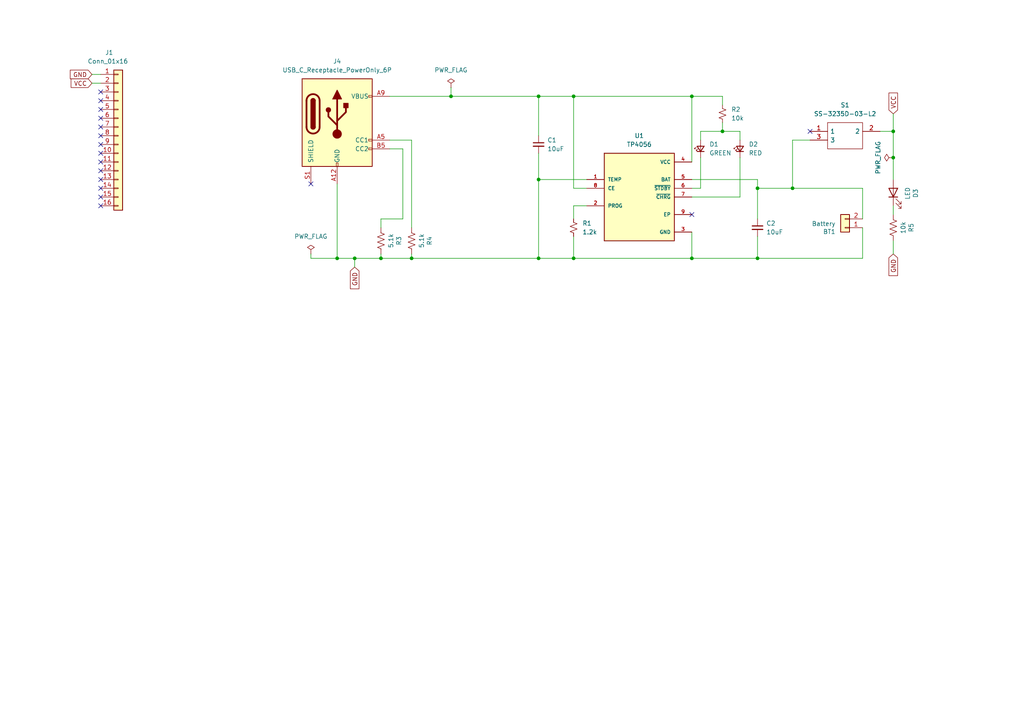
<source format=kicad_sch>
(kicad_sch (version 20230121) (generator eeschema)
  (paper "A4")
  (lib_symbols
    (symbol "Connector:USB_C_Receptacle_PowerOnly_6P" (pin_names (offset 1.016))
      (property "Reference" "J" (at 0 16.51 0))
      (property "Value" "USB_C_Receptacle_PowerOnly_6P" (at 0 13.97 0))
      (symbol "USB_C_Receptacle_PowerOnly_6P_0_0"
        (rectangle (start -0.254 -12.7) (end 0.254 -11.684))
        (rectangle (start 10.16 -7.366) (end 9.144 -7.874))
        (rectangle (start 10.16 -4.826) (end 9.144 -5.334))
        (rectangle (start 10.16 7.874) (end 9.144 7.366))
      )
      (symbol "USB_C_Receptacle_PowerOnly_6P_0_1"
        (rectangle (start -10.16 12.7) (end 10.16 -12.7) (stroke (width 0.254)) (fill (type background)))
        (arc (start -8.89 -1.27) (mid -6.985 -3.1667) (end -5.08 -1.27) (stroke (width 0.508)))
        (arc (start -7.62 -1.27) (mid -6.985 -1.9023) (end -6.35 -1.27) (stroke (width 0.254)))
        (arc (start -7.62 -1.27) (mid -6.985 -1.9023) (end -6.35 -1.27) (stroke (width 0.254)) (fill (type outline)))
        (rectangle (start -7.62 -1.27) (end -6.35 6.35) (stroke (width 0.254)) (fill (type outline)))
        (arc (start -6.35 6.35) (mid -6.985 6.9823) (end -7.62 6.35) (stroke (width 0.254)))
        (arc (start -6.35 6.35) (mid -6.985 6.9823) (end -7.62 6.35) (stroke (width 0.254)) (fill (type outline)))
        (arc (start -5.08 6.35) (mid -6.985 8.2467) (end -8.89 6.35) (stroke (width 0.508)))
        (circle (center -2.54 3.683) (radius 0.635) (stroke (width 0.254)) (fill (type outline)))
        (circle (center 0 -3.302) (radius 1.27) (fill (type outline)))
        (polyline (pts (xy -8.89 -1.27) (xy -8.89 6.35)) (stroke (width 0.508)))
        (polyline (pts (xy -5.08 6.35) (xy -5.08 -1.27)) (stroke (width 0.508)))
        (polyline (pts (xy 0 -3.302) (xy 0 6.858)) (stroke (width 0.508)))
        (polyline (pts (xy 0 -0.762) (xy -2.54 1.778) (xy -2.54 3.048)) (stroke (width 0.508)))
        (polyline (pts (xy 0 0.508) (xy 2.54 3.048) (xy 2.54 4.318)) (stroke (width 0.508)))
        (polyline (pts (xy -1.27 6.858) (xy 0 9.398) (xy 1.27 6.858) (xy -1.27 6.858)) (stroke (width 0.254)) (fill (type outline)))
        (rectangle (start 1.905 4.318) (end 3.175 5.588) (stroke (width 0.254)) (fill (type outline)))
      )
      (symbol "USB_C_Receptacle_PowerOnly_6P_1_1"
        (pin passive line (at 0 -17.78 90) (length 5.08) (name "GND") (number "A12"))
        (pin bidirectional line (at 15.24 -5.08 180) (length 5.08) (name "CC1") (number "A5"))
        (pin passive line (at 15.24 7.62 180) (length 5.08) (name "VBUS") (number "A9"))
        (pin passive line (at 0 -17.78 90) (length 5.08) hide (name "GND") (number "B12"))
        (pin bidirectional line (at 15.24 -7.62 180) (length 5.08) (name "CC2") (number "B5"))
        (pin passive line (at 15.24 7.62 180) (length 5.08) hide (name "VBUS") (number "B9"))
        (pin passive line (at -7.62 -17.78 90) (length 5.08) (name "SHIELD") (number "S1"))
      )
    )
    (symbol "Connector_Generic:Conn_01x02" (pin_names (offset 1.016) hide)
      (property "Reference" "J" (at 0 2.54 0))
      (property "Value" "Conn_01x02" (at 0 -5.08 0))
      (symbol "Conn_01x02_1_1"
        (rectangle (start -1.27 -2.413) (end 0 -2.667) (stroke (width 0.1524)))
        (rectangle (start -1.27 0.127) (end 0 -0.127) (stroke (width 0.1524)))
        (rectangle (start -1.27 1.27) (end 1.27 -3.81) (stroke (width 0.254)) (fill (type background)))
        (pin passive line (at -5.08 0 0) (length 3.81) (name "Pin_1") (number "1"))
        (pin passive line (at -5.08 -2.54 0) (length 3.81) (name "Pin_2") (number "2"))
      )
    )
    (symbol "Connector_Generic:Conn_01x16" (pin_names (offset 1.016) hide)
      (property "Reference" "J" (at 0 20.32 0))
      (property "Value" "Conn_01x16" (at 0 -22.86 0))
      (symbol "Conn_01x16_1_1"
        (rectangle (start -1.27 -20.193) (end 0 -20.447) (stroke (width 0.1524)))
        (rectangle (start -1.27 -17.653) (end 0 -17.907) (stroke (width 0.1524)))
        (rectangle (start -1.27 -15.113) (end 0 -15.367) (stroke (width 0.1524)))
        (rectangle (start -1.27 -12.573) (end 0 -12.827) (stroke (width 0.1524)))
        (rectangle (start -1.27 -10.033) (end 0 -10.287) (stroke (width 0.1524)))
        (rectangle (start -1.27 -7.493) (end 0 -7.747) (stroke (width 0.1524)))
        (rectangle (start -1.27 -4.953) (end 0 -5.207) (stroke (width 0.1524)))
        (rectangle (start -1.27 -2.413) (end 0 -2.667) (stroke (width 0.1524)))
        (rectangle (start -1.27 0.127) (end 0 -0.127) (stroke (width 0.1524)))
        (rectangle (start -1.27 2.667) (end 0 2.413) (stroke (width 0.1524)))
        (rectangle (start -1.27 5.207) (end 0 4.953) (stroke (width 0.1524)))
        (rectangle (start -1.27 7.747) (end 0 7.493) (stroke (width 0.1524)))
        (rectangle (start -1.27 10.287) (end 0 10.033) (stroke (width 0.1524)))
        (rectangle (start -1.27 12.827) (end 0 12.573) (stroke (width 0.1524)))
        (rectangle (start -1.27 15.367) (end 0 15.113) (stroke (width 0.1524)))
        (rectangle (start -1.27 17.907) (end 0 17.653) (stroke (width 0.1524)))
        (rectangle (start -1.27 19.05) (end 1.27 -21.59) (stroke (width 0.254)) (fill (type background)))
        (pin passive line (at -5.08 17.78 0) (length 3.81) (name "Pin_1") (number "1"))
        (pin passive line (at -5.08 -5.08 0) (length 3.81) (name "Pin_10") (number "10"))
        (pin passive line (at -5.08 -7.62 0) (length 3.81) (name "Pin_11") (number "11"))
        (pin passive line (at -5.08 -10.16 0) (length 3.81) (name "Pin_12") (number "12"))
        (pin passive line (at -5.08 -12.7 0) (length 3.81) (name "Pin_13") (number "13"))
        (pin passive line (at -5.08 -15.24 0) (length 3.81) (name "Pin_14") (number "14"))
        (pin passive line (at -5.08 -17.78 0) (length 3.81) (name "Pin_15") (number "15"))
        (pin passive line (at -5.08 -20.32 0) (length 3.81) (name "Pin_16") (number "16"))
        (pin passive line (at -5.08 15.24 0) (length 3.81) (name "Pin_2") (number "2"))
        (pin passive line (at -5.08 12.7 0) (length 3.81) (name "Pin_3") (number "3"))
        (pin passive line (at -5.08 10.16 0) (length 3.81) (name "Pin_4") (number "4"))
        (pin passive line (at -5.08 7.62 0) (length 3.81) (name "Pin_5") (number "5"))
        (pin passive line (at -5.08 5.08 0) (length 3.81) (name "Pin_6") (number "6"))
        (pin passive line (at -5.08 2.54 0) (length 3.81) (name "Pin_7") (number "7"))
        (pin passive line (at -5.08 0 0) (length 3.81) (name "Pin_8") (number "8"))
        (pin passive line (at -5.08 -2.54 0) (length 3.81) (name "Pin_9") (number "9"))
      )
    )
    (symbol "Device:C_Small" (pin_numbers hide) (pin_names (offset 0.254) hide)
      (property "Reference" "C" (at 0.254 1.778 0))
      (property "Value" "C_Small" (at 0.254 -2.032 0))
      (symbol "C_Small_0_1"
        (polyline (pts (xy -1.524 -0.508) (xy 1.524 -0.508)) (stroke (width 0.3302)))
        (polyline (pts (xy -1.524 0.508) (xy 1.524 0.508)) (stroke (width 0.3048)))
      )
      (symbol "C_Small_1_1"
        (pin passive line (at 0 2.54 270) (length 2.032) (name "~") (number "1"))
        (pin passive line (at 0 -2.54 90) (length 2.032) (name "~") (number "2"))
      )
    )
    (symbol "Device:LED" (pin_numbers hide) (pin_names (offset 1.016) hide)
      (property "Reference" "D" (at 0 2.54 0))
      (property "Value" "LED" (at 0 -2.54 0))
      (symbol "LED_0_1"
        (polyline (pts (xy -1.27 -1.27) (xy -1.27 1.27)) (stroke (width 0.254)))
        (polyline (pts (xy -1.27 0) (xy 1.27 0)))
        (polyline (pts (xy 1.27 -1.27) (xy 1.27 1.27) (xy -1.27 0) (xy 1.27 -1.27)) (stroke (width 0.254)))
        (polyline (pts (xy -3.048 -0.762) (xy -4.572 -2.286) (xy -3.81 -2.286) (xy -4.572 -2.286) (xy -4.572 -1.524)))
        (polyline (pts (xy -1.778 -0.762) (xy -3.302 -2.286) (xy -2.54 -2.286) (xy -3.302 -2.286) (xy -3.302 -1.524)))
      )
      (symbol "LED_1_1"
        (pin passive line (at -3.81 0 0) (length 2.54) (name "K") (number "1"))
        (pin passive line (at 3.81 0 180) (length 2.54) (name "A") (number "2"))
      )
    )
    (symbol "Device:LED_Small" (pin_numbers hide) (pin_names (offset 0.254) hide)
      (property "Reference" "D" (at -1.27 3.175 0))
      (property "Value" "LED_Small" (at -4.445 -2.54 0))
      (symbol "LED_Small_0_1"
        (polyline (pts (xy -0.762 -1.016) (xy -0.762 1.016)) (stroke (width 0.254)))
        (polyline (pts (xy 1.016 0) (xy -0.762 0)))
        (polyline (pts (xy 0.762 -1.016) (xy -0.762 0) (xy 0.762 1.016) (xy 0.762 -1.016)) (stroke (width 0.254)))
        (polyline (pts (xy 0 0.762) (xy -0.508 1.27) (xy -0.254 1.27) (xy -0.508 1.27) (xy -0.508 1.016)))
        (polyline (pts (xy 0.508 1.27) (xy 0 1.778) (xy 0.254 1.778) (xy 0 1.778) (xy 0 1.524)))
      )
      (symbol "LED_Small_1_1"
        (pin passive line (at -2.54 0 0) (length 1.778) (name "K") (number "1"))
        (pin passive line (at 2.54 0 180) (length 1.778) (name "A") (number "2"))
      )
    )
    (symbol "Device:R_Small_US" (pin_numbers hide) (pin_names (offset 0.254) hide)
      (property "Reference" "R" (at 0.762 0.508 0))
      (property "Value" "R_Small_US" (at 0.762 -1.016 0))
      (symbol "R_Small_US_1_1"
        (polyline (pts (xy 0 0) (xy 1.016 -0.381) (xy 0 -0.762) (xy -1.016 -1.143) (xy 0 -1.524)))
        (polyline (pts (xy 0 1.524) (xy 1.016 1.143) (xy 0 0.762) (xy -1.016 0.381) (xy 0 0)))
        (pin passive line (at 0 2.54 270) (length 1.016) (name "~") (number "1"))
        (pin passive line (at 0 -2.54 90) (length 1.016) (name "~") (number "2"))
      )
    )
    (symbol "Device:R_US" (pin_numbers hide) (pin_names (offset 0))
      (property "Reference" "R" (at 2.54 0 90))
      (property "Value" "R_US" (at -2.54 0 90))
      (symbol "R_US_0_1"
        (polyline (pts (xy 0 -2.286) (xy 0 -2.54)))
        (polyline (pts (xy 0 2.286) (xy 0 2.54)))
        (polyline (pts (xy 0 -0.762) (xy 1.016 -1.143) (xy 0 -1.524) (xy -1.016 -1.905) (xy 0 -2.286)))
        (polyline (pts (xy 0 0.762) (xy 1.016 0.381) (xy 0 0) (xy -1.016 -0.381) (xy 0 -0.762)))
        (polyline (pts (xy 0 2.286) (xy 1.016 1.905) (xy 0 1.524) (xy -1.016 1.143) (xy 0 0.762)))
      )
      (symbol "R_US_1_1"
        (pin passive line (at 0 3.81 270) (length 1.27) (name "~") (number "1"))
        (pin passive line (at 0 -3.81 90) (length 1.27) (name "~") (number "2"))
      )
    )
    (symbol "SS-3235D-03-L2:SS-3235D-03-L2" (pin_names (offset 0.762))
      (property "Reference" "S" (at 16.51 7.62 0))
      (property "Value" "SS-3235D-03-L2" (at 16.51 5.08 0))
      (symbol "SS-3235D-03-L2_0_0"
        (pin passive line (at 0 0 0) (length 5.08) (name "1") (number "1"))
        (pin passive line (at 20.32 0 180) (length 5.08) (name "2") (number "2"))
        (pin passive line (at 0 -2.54 0) (length 5.08) (name "3") (number "3"))
      )
      (symbol "SS-3235D-03-L2_0_1"
        (polyline (pts (xy 5.08 2.54) (xy 15.24 2.54) (xy 15.24 -5.08) (xy 5.08 -5.08) (xy 5.08 2.54)) (stroke (width 0.1524)))
      )
    )
    (symbol "TP4056:TP4056" (pin_names (offset 1.016))
      (property "Reference" "U" (at -10.16 13.208 0))
      (property "Value" "TP4056" (at -10.16 -15.24 0))
      (symbol "TP4056_0_0"
        (rectangle (start -10.16 -12.7) (end 10.16 12.7) (stroke (width 0.254)) (fill (type background)))
        (pin input line (at -15.24 5.08 0) (length 5.08) (name "TEMP") (number "1"))
        (pin bidirectional line (at -15.24 -2.54 0) (length 5.08) (name "PROG") (number "2"))
        (pin power_in line (at 15.24 -10.16 180) (length 5.08) (name "GND") (number "3"))
        (pin power_in line (at 15.24 10.16 180) (length 5.08) (name "VCC") (number "4"))
        (pin output line (at 15.24 5.08 180) (length 5.08) (name "BAT") (number "5"))
        (pin output line (at 15.24 2.54 180) (length 5.08) (name "~{STDBY}") (number "6"))
        (pin output line (at 15.24 0 180) (length 5.08) (name "~{CHRG}") (number "7"))
        (pin input line (at -15.24 2.54 0) (length 5.08) (name "CE") (number "8"))
        (pin passive line (at 15.24 -5.08 180) (length 5.08) (name "EP") (number "9"))
      )
    )
    (symbol "power:PWR_FLAG" (power) (pin_numbers hide) (pin_names (offset 0) hide)
      (property "Value" "PWR_FLAG" (at 0 3.81 0))
      (symbol "PWR_FLAG_0_0"
        (pin power_out line (at 0 0 90) (length 0) (name "pwr") (number "1"))
      )
      (symbol "PWR_FLAG_0_1"
        (polyline (pts (xy 0 0) (xy 0 1.27) (xy -1.016 1.905) (xy 0 2.54) (xy 1.016 1.905) (xy 0 1.27)))
      )
    )
  )
  (junction (at 209.55 38.1))
  (junction (at 229.87 54.61))
  (junction (at 219.71 54.61))
  (junction (at 166.37 74.93))
  (junction (at 97.79 74.93))
  (junction (at 166.37 27.94))
  (junction (at 259.08 45.72))
  (junction (at 130.81 27.94))
  (junction (at 119.38 74.93))
  (junction (at 102.87 74.93))
  (junction (at 200.66 27.94))
  (junction (at 156.21 27.94))
  (junction (at 200.66 74.93))
  (junction (at 219.71 74.93))
  (junction (at 156.21 52.07))
  (junction (at 110.49 74.93))
  (junction (at 156.21 74.93))
  (junction (at 259.08 38.1))
  (no_connect (at 29.21 29.21))
  (no_connect (at 29.21 52.07))
  (no_connect (at 29.21 54.61))
  (no_connect (at 29.21 57.15))
  (no_connect (at 200.66 62.23))
  (no_connect (at 29.21 36.83))
  (no_connect (at 234.95 38.1))
  (no_connect (at 29.21 41.91))
  (no_connect (at 29.21 46.99))
  (no_connect (at 29.21 49.53))
  (no_connect (at 29.21 39.37))
  (no_connect (at 29.21 26.67))
  (no_connect (at 29.21 44.45))
  (no_connect (at 29.21 34.29))
  (no_connect (at 29.21 31.75))
  (no_connect (at 29.21 59.69))
  (no_connect (at 90.17 53.34))
  (wire (pts (xy 219.71 68.58) (xy 219.71 74.93)))
  (wire (pts (xy 209.55 38.1) (xy 214.63 38.1)))
  (wire (pts (xy 110.49 63.5) (xy 110.49 66.04)))
  (wire (pts (xy 97.79 53.34) (xy 97.79 74.93)))
  (wire (pts (xy 259.08 45.72) (xy 259.08 52.07)))
  (wire (pts (xy 250.19 66.04) (xy 250.19 74.93)))
  (wire (pts (xy 200.66 74.93) (xy 219.71 74.93)))
  (wire (pts (xy 200.66 46.99) (xy 200.66 27.94)))
  (wire (pts (xy 97.79 74.93) (xy 102.87 74.93)))
  (wire (pts (xy 200.66 67.31) (xy 200.66 74.93)))
  (wire (pts (xy 200.66 52.07) (xy 219.71 52.07)))
  (wire (pts (xy 259.08 38.1) (xy 259.08 45.72)))
  (wire (pts (xy 156.21 44.45) (xy 156.21 52.07)))
  (wire (pts (xy 170.18 52.07) (xy 156.21 52.07)))
  (wire (pts (xy 219.71 54.61) (xy 229.87 54.61)))
  (wire (pts (xy 102.87 74.93) (xy 110.49 74.93)))
  (wire (pts (xy 209.55 38.1) (xy 209.55 35.56)))
  (wire (pts (xy 203.2 38.1) (xy 209.55 38.1)))
  (wire (pts (xy 113.03 40.64) (xy 119.38 40.64)))
  (wire (pts (xy 166.37 54.61) (xy 170.18 54.61)))
  (wire (pts (xy 102.87 77.47) (xy 102.87 74.93)))
  (wire (pts (xy 203.2 54.61) (xy 200.66 54.61)))
  (wire (pts (xy 166.37 59.69) (xy 170.18 59.69)))
  (wire (pts (xy 259.08 59.69) (xy 259.08 62.23)))
  (wire (pts (xy 203.2 38.1) (xy 203.2 40.64)))
  (wire (pts (xy 203.2 45.72) (xy 203.2 54.61)))
  (wire (pts (xy 166.37 74.93) (xy 200.66 74.93)))
  (wire (pts (xy 119.38 40.64) (xy 119.38 66.04)))
  (wire (pts (xy 166.37 68.58) (xy 166.37 74.93)))
  (wire (pts (xy 259.08 38.1) (xy 255.27 38.1)))
  (wire (pts (xy 166.37 63.5) (xy 166.37 59.69)))
  (wire (pts (xy 130.81 25.4) (xy 130.81 27.94)))
  (wire (pts (xy 110.49 73.66) (xy 110.49 74.93)))
  (wire (pts (xy 119.38 74.93) (xy 156.21 74.93)))
  (wire (pts (xy 156.21 27.94) (xy 166.37 27.94)))
  (wire (pts (xy 113.03 27.94) (xy 130.81 27.94)))
  (wire (pts (xy 250.19 54.61) (xy 250.19 63.5)))
  (wire (pts (xy 113.03 43.18) (xy 116.84 43.18)))
  (wire (pts (xy 229.87 40.64) (xy 229.87 54.61)))
  (wire (pts (xy 209.55 27.94) (xy 200.66 27.94)))
  (wire (pts (xy 214.63 57.15) (xy 200.66 57.15)))
  (wire (pts (xy 250.19 74.93) (xy 219.71 74.93)))
  (wire (pts (xy 166.37 27.94) (xy 166.37 54.61)))
  (wire (pts (xy 110.49 74.93) (xy 119.38 74.93)))
  (wire (pts (xy 209.55 30.48) (xy 209.55 27.94)))
  (wire (pts (xy 156.21 27.94) (xy 156.21 39.37)))
  (wire (pts (xy 229.87 54.61) (xy 250.19 54.61)))
  (wire (pts (xy 130.81 27.94) (xy 156.21 27.94)))
  (wire (pts (xy 259.08 33.02) (xy 259.08 38.1)))
  (wire (pts (xy 26.67 24.13) (xy 29.21 24.13)))
  (wire (pts (xy 119.38 73.66) (xy 119.38 74.93)))
  (wire (pts (xy 116.84 43.18) (xy 116.84 63.5)))
  (wire (pts (xy 156.21 52.07) (xy 156.21 74.93)))
  (wire (pts (xy 116.84 63.5) (xy 110.49 63.5)))
  (wire (pts (xy 156.21 74.93) (xy 166.37 74.93)))
  (wire (pts (xy 219.71 52.07) (xy 219.71 54.61)))
  (wire (pts (xy 90.17 74.93) (xy 97.79 74.93)))
  (wire (pts (xy 259.08 69.85) (xy 259.08 73.66)))
  (wire (pts (xy 229.87 40.64) (xy 234.95 40.64)))
  (wire (pts (xy 219.71 54.61) (xy 219.71 63.5)))
  (wire (pts (xy 166.37 27.94) (xy 200.66 27.94)))
  (wire (pts (xy 26.67 21.59) (xy 29.21 21.59)))
  (wire (pts (xy 214.63 45.72) (xy 214.63 57.15)))
  (wire (pts (xy 214.63 38.1) (xy 214.63 40.64)))
  (wire (pts (xy 90.17 73.66) (xy 90.17 74.93)))
  (global_label "VCC" (shape input) (at 26.67 24.13 180) (property "Intersheetrefs" "${INTERSHEET_REFS}" (effects hide)))
  (global_label "GND" (shape input) (at 102.87 77.47 270) (property "Intersheetrefs" "${INTERSHEET_REFS}" (effects hide)))
  (global_label "GND" (shape input) (at 26.67 21.59 180) (property "Intersheetrefs" "${INTERSHEET_REFS}" (effects hide)))
  (global_label "GND" (shape input) (at 259.08 73.66 270) (property "Intersheetrefs" "${INTERSHEET_REFS}" (effects hide)))
  (global_label "VCC" (shape input) (at 259.08 33.02 90) (property "Intersheetrefs" "${INTERSHEET_REFS}" (effects hide)))
  (symbol (lib_id "Connector:USB_C_Receptacle_PowerOnly_6P") (at 97.79 35.56 0) (unit 1)
    (property "Reference" "J4" (at 97.79 17.78 0))
    (property "Value" "USB_C_Receptacle_PowerOnly_6P" (at 97.79 20.32 0))
    (property "Footprint" "updated_libs:USB_C_Receptacle_G-Switch_GT-USB-7010ASV" (effects hide))
    (property "Datasheet" "https://www.usb.org/sites/default/files/documents/usb_type-c.zip" (effects hide))
    (property "LCSC" "C2988369" (effects hide))
  )
  (symbol (lib_id "Connector_Generic:Conn_01x02") (at 245.11 66.04 180) (unit 1)
    (property "Reference" "BT1" (at 242.3668 67.2084 0) (effects (justify left)))
    (property "Value" "Battery" (at 242.3668 64.897 0) (effects (justify left)))
    (property "Footprint" "Connector_JST:JST_PH_S2B-PH-SM4-TB_1x02-1MP_P2.00mm_Horizontal" (effects hide))
    (property "LCSC" "C295747" (effects hide))
  )
  (symbol (lib_id "Connector_Generic:Conn_01x16") (at 34.29 39.37 0) (unit 1)
    (property "Reference" "J1" (at 30.48 15.24 0) (effects (justify left)))
    (property "Value" "Conn_01x16" (at 25.4 17.78 0) (effects (justify left)))
    (property "Footprint" "Connector_PinHeader_2.54mm:PinHeader_1x16_P2.54mm_Horizontal" (effects hide))
  )
  (symbol (lib_id "power:PWR_FLAG") (at 90.17 73.66 0) (unit 1)
    (property "Reference" "#FLG01" (effects hide))
    (property "Value" "PWR_FLAG" (at 90.17 68.58 0))
  )
  (symbol (lib_id "Device:R_US") (at 119.38 69.85 180) (unit 1)
    (property "Reference" "R4" (at 124.587 69.85 90))
    (property "Value" "5.1k" (at 122.2756 69.85 90))
    (property "Footprint" "Resistor_SMD:R_0603_1608Metric" (effects hide))
    (property "LCSC" "C23186" (effects hide))
  )
  (symbol (lib_id "Device:R_US") (at 259.08 66.04 180) (unit 1)
    (property "Reference" "R5" (at 264.287 66.04 90))
    (property "Value" "10k" (at 261.9756 66.04 90))
    (property "Footprint" "Resistor_SMD:R_0603_1608Metric" (effects hide))
    (property "LCSC" "C25804" (effects hide))
  )
  (symbol (lib_id "SS-3235D-03-L2:SS-3235D-03-L2") (at 234.95 38.1 0) (unit 1)
    (property "Reference" "S1" (at 245.11 30.48 0))
    (property "Value" "SS-3235D-03-L2" (at 245.11 33.02 0))
    (property "Footprint" "SS3235D03L2" (effects hide))
    (property "Datasheet" "https://datasheet.lcsc.com/szlcsc/1903151105_XKB-Enterprise-SS-3235D-03-L2_C381097.pdf" (effects hide))
    (property "Description" "SMD Toggle Switches RoHS" (effects hide))
    (property "Height" "6.5" (effects hide))
    (property "LCSC Price/Stock" "https://lcsc.com/product-detail/Toggle-Switches_XKB-Enterprise-SS-3235D-03-L2_C381097.html" (effects hide))
    (property "Manufacturer_Name" "XKB Enterprise" (effects hide))
    (property "Manufacturer_Part_Number" "SS-3235D-03-L2" (effects hide))
    (property "LCSC" "C381097" (effects hide))
  )
  (symbol (lib_id "Device:R_US") (at 110.49 69.85 180) (unit 1)
    (property "Reference" "R3" (at 115.697 69.85 90))
    (property "Value" "5.1k" (at 113.3856 69.85 90))
    (property "Footprint" "Resistor_SMD:R_0603_1608Metric" (effects hide))
    (property "LCSC" "C23186" (effects hide))
  )
  (symbol (lib_id "Device:C_Small") (at 156.21 41.91 0) (unit 1)
    (property "Reference" "C1" (at 158.75 40.6463 0) (effects (justify left)))
    (property "Value" "10uF" (at 158.75 43.1863 0) (effects (justify left)))
    (property "Footprint" "Capacitor_SMD:C_0603_1608Metric" (effects hide))
    (property "LCSC" "C19702" (effects hide))
  )
  (symbol (lib_id "Device:LED_Small") (at 214.63 43.18 90) (unit 1)
    (property "Reference" "D2" (at 217.17 41.8465 90) (effects (justify right)))
    (property "Value" "RED" (at 217.17 44.3865 90) (effects (justify right)))
    (property "Footprint" "LED_SMD:LED_0603_1608Metric" (effects hide))
    (property "LCSC" "C2286" (effects hide))
  )
  (symbol (lib_id "TP4056:TP4056") (at 185.42 57.15 0) (unit 1)
    (property "Reference" "U1" (at 185.42 39.37 0))
    (property "Value" "TP4056" (at 185.42 41.91 0))
    (property "Footprint" "TP4056:SOP127P600X175-9N" (effects hide))
    (property "LCSC" "C16581" (effects hide))
  )
  (symbol (lib_id "Device:LED_Small") (at 203.2 43.18 90) (unit 1)
    (property "Reference" "D1" (at 205.74 41.8465 90) (effects (justify right)))
    (property "Value" "GREEN" (at 205.74 44.3865 90) (effects (justify right)))
    (property "Footprint" "LED_SMD:LED_0603_1608Metric" (effects hide))
    (property "LCSC" "C965804" (effects hide))
  )
  (symbol (lib_id "power:PWR_FLAG") (at 259.08 45.72 90) (unit 1)
    (property "Reference" "#FLG03" (effects hide))
    (property "Value" "PWR_FLAG" (at 254.6604 45.72 0))
  )
  (symbol (lib_id "Device:C_Small") (at 219.71 66.04 0) (unit 1)
    (property "Reference" "C2" (at 222.25 64.7763 0) (effects (justify left)))
    (property "Value" "10uF" (at 222.25 67.3163 0) (effects (justify left)))
    (property "Footprint" "Capacitor_SMD:C_0603_1608Metric" (effects hide))
    (property "LCSC" "C19702" (effects hide))
  )
  (symbol (lib_id "Device:LED") (at 259.08 55.88 90) (unit 1)
    (property "Reference" "D3" (at 265.557 56.0832 0))
    (property "Value" "LED" (at 263.2456 56.0832 0))
    (property "Footprint" "LED_SMD:LED_0603_1608Metric" (effects hide))
    (property "LCSC" "C72041" (effects hide))
  )
  (symbol (lib_id "power:PWR_FLAG") (at 130.81 25.4 0) (unit 1)
    (property "Reference" "#FLG02" (effects hide))
    (property "Value" "PWR_FLAG" (at 130.81 20.32 0))
  )
  (symbol (lib_id "Device:R_Small_US") (at 166.37 66.04 180) (unit 1)
    (property "Reference" "R1" (at 168.91 64.77 0) (effects (justify right)))
    (property "Value" "1.2k" (at 168.91 67.31 0) (effects (justify right)))
    (property "Footprint" "Resistor_SMD:R_0603_1608Metric" (effects hide))
    (property "LCSC" "C22765" (effects hide))
  )
  (symbol (lib_id "Device:R_Small_US") (at 209.55 33.02 180) (unit 1)
    (property "Reference" "R2" (at 212.09 31.75 0) (effects (justify right)))
    (property "Value" "10k" (at 212.09 34.29 0) (effects (justify right)))
    (property "Footprint" "Resistor_SMD:R_0603_1608Metric" (effects hide))
    (property "LCSC" "C25804" (effects hide))
  )
)
</source>
